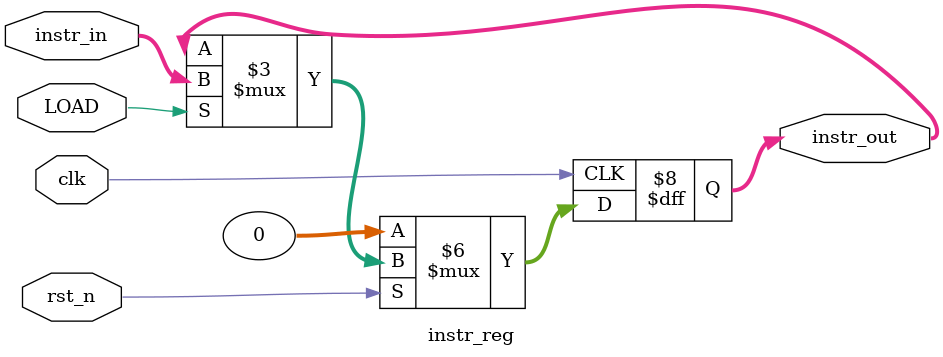
<source format=sv>
/*
 * Copyright 2025 Politecnico di Torino.
 * Solderpad Hardware License, Version 2.1, see LICENSE.md for details.
 * SPDX-License-Identifier: Apache-2.0 WITH SHL-2.1
 *
 * Author: Lorenzo Capobianco
 * Date: 03/04/2025
 * Description: Instruction register module. It stores the instruction to be sent to X-HEEP.
 */

module instr_reg #()
(
    input logic clk,
    input logic rst_n,
    input logic LOAD,
    //input logic ADDRESS
    input logic [31:0] instr_in,

    output logic [31:0] instr_out
);

always_ff @(posedge clk) begin
    if(~rst_n)
        instr_out <= 32'h00000000;
    else 
        if(LOAD)
            instr_out <= instr_in;
end

endmodule

</source>
